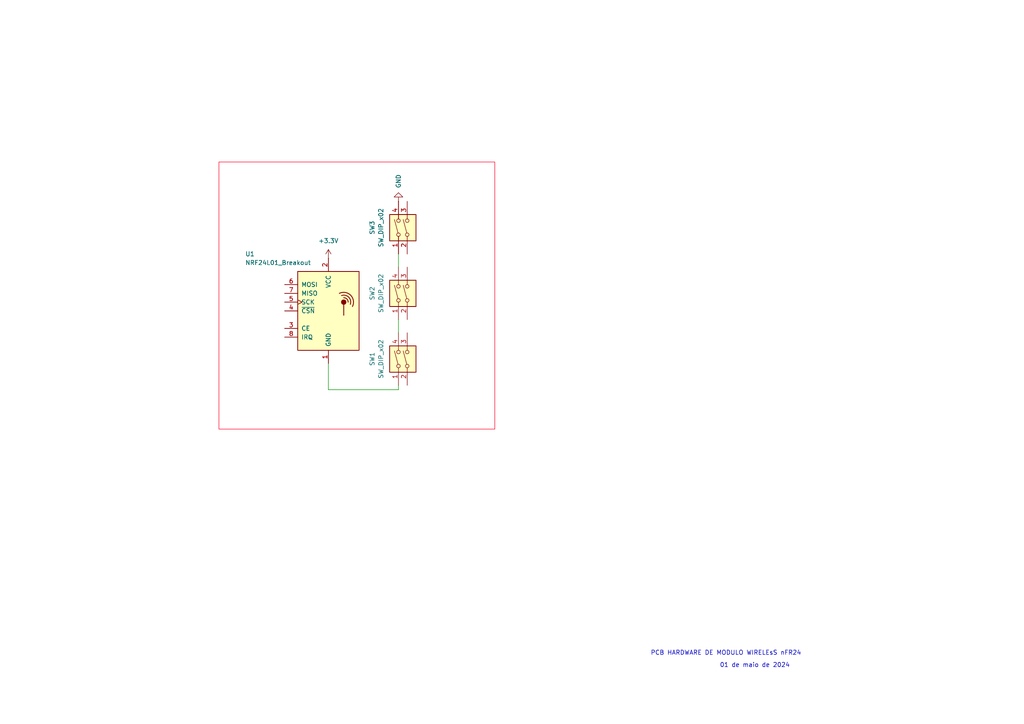
<source format=kicad_sch>
(kicad_sch (version 20231120) (generator "eeschema") (generator_version "8.0")
  (paper "A4")
  (lib_symbols
    (symbol "RF:NRF24L01_Breakout" (pin_names (offset 1.016))
      (property "Reference" "U" (at -8.89 12.7 0))
      (property "Value" "NRF24L01_Breakout" (at 3.81 12.7 0))
      (symbol "NRF24L01_Breakout_0_1"
        (rectangle (start -8.89 11.43) (end 8.89 -11.43) (stroke (width 0.254)) (fill (type background)))
        (polyline (pts (xy 4.445 1.905) (xy 4.445 -1.27)) (stroke (width 0.254)))
        (circle (center 4.445 2.54) (radius 0.635) (stroke (width 0.254)) (fill (type outline)))
        (arc (start 5.715 2.54) (mid 5.3521 3.4546) (end 4.445 3.81) (stroke (width 0.254)))
        (arc (start 6.35 1.905) (mid 5.8763 3.9854) (end 3.81 4.445) (stroke (width 0.254)))
        (arc (start 6.985 1.27) (mid 6.453 4.548) (end 3.175 5.08) (stroke (width 0.254)))
      )
      (symbol "NRF24L01_Breakout_1_1"
        (pin power_in line (at 0 -15.24 90) (length 3.81) (name "GND") (number "1"))
        (pin power_in line (at 0 15.24 270) (length 3.81) (name "VCC") (number "2"))
        (pin input line (at -12.7 -5.08 0) (length 3.81) (name "CE") (number "3"))
        (pin input line (at -12.7 0 0) (length 3.81) (name "~{CSN}") (number "4"))
        (pin input clock (at -12.7 2.54 0) (length 3.81) (name "SCK") (number "5"))
        (pin input line (at -12.7 7.62 0) (length 3.81) (name "MOSI") (number "6"))
        (pin output line (at -12.7 5.08 0) (length 3.81) (name "MISO") (number "7"))
        (pin output line (at -12.7 -7.62 0) (length 3.81) (name "IRQ") (number "8"))
      )
    )
    (symbol "Switch:SW_DIP_x02" (pin_names (offset 0) hide)
      (property "Reference" "SW" (at 0 6.35 0))
      (property "Value" "SW_DIP_x02" (at 0 -3.81 0))
      (symbol "SW_DIP_x02_0_0"
        (circle (center -2.032 0) (radius 0.508))
        (circle (center -2.032 2.54) (radius 0.508))
        (polyline (pts (xy -1.524 0.127) (xy 2.3622 1.1684)))
        (polyline (pts (xy -1.524 2.667) (xy 2.3622 3.7084)))
        (circle (center 2.032 0) (radius 0.508))
        (circle (center 2.032 2.54) (radius 0.508))
      )
      (symbol "SW_DIP_x02_0_1"
        (rectangle (start -3.81 5.08) (end 3.81 -2.54) (stroke (width 0.254)) (fill (type background)))
      )
      (symbol "SW_DIP_x02_1_1"
        (pin passive line (at -7.62 2.54 0) (length 5.08) (name "~") (number "1"))
        (pin passive line (at -7.62 0 0) (length 5.08) (name "~") (number "2"))
        (pin passive line (at 7.62 0 180) (length 5.08) (name "~") (number "3"))
        (pin passive line (at 7.62 2.54 180) (length 5.08) (name "~") (number "4"))
      )
    )
    (symbol "power:+3.3V" (power) (pin_numbers hide) (pin_names (offset 0) hide)
      (property "Value" "+3.3V" (at 0 3.556 0))
      (symbol "+3.3V_0_1"
        (polyline (pts (xy -0.762 1.27) (xy 0 2.54)))
        (polyline (pts (xy 0 0) (xy 0 2.54)))
        (polyline (pts (xy 0 2.54) (xy 0.762 1.27)))
      )
      (symbol "+3.3V_1_1"
        (pin power_in line (at 0 0 90) (length 0) (name "~") (number "1"))
      )
    )
    (symbol "power:GND" (power) (pin_numbers hide) (pin_names (offset 0) hide)
      (property "Value" "GND" (at 0 -3.81 0))
      (symbol "GND_0_1"
        (polyline (pts (xy 0 0) (xy 0 -1.27) (xy 1.27 -1.27) (xy 0 -2.54) (xy -1.27 -1.27) (xy 0 -1.27)))
      )
      (symbol "GND_1_1"
        (pin power_in line (at 0 0 270) (length 0) (name "~") (number "1"))
      )
    )
  )
  (wire (pts (xy 115.57 73.66) (xy 115.57 77.47)))
  (wire (pts (xy 95.25 105.41) (xy 95.25 113.03)))
  (wire (pts (xy 115.57 92.71) (xy 115.57 96.52)))
  (wire (pts (xy 95.25 113.03) (xy 115.57 113.03)))
  (wire (pts (xy 115.57 113.03) (xy 115.57 111.76)))
  (rectangle (start 63.5 46.99) (end 143.51 124.46) (stroke (width 0) (color 255 0 38 1)))
  (text "01 de maio de 2024\n" (at 218.948 193.04 0) (effects (font (size 1.27 1.27))))
  (text "PCB HARDWARE DE MODULO WIRELEsS nFR24" (at 210.566 189.484 0) (effects (font (size 1.27 1.27))))
  (symbol (lib_id "Switch:SW_DIP_x02") (at 118.11 104.14 90) (unit 1)
    (property "Reference" "SW1" (at 107.95 104.14 0))
    (property "Value" "SW_DIP_x02" (at 110.49 104.14 0))
    (property "Footprint" "Button_Switch_THT:SW_DIP_SPSTx02_Slide_9.78x7.26mm_W7.62mm_P2.54mm" (effects (hide yes)))
    (property "Description" "2x DIP Switch, Single Pole Single Throw (SPST) switch, small symbol" (effects (hide yes)))
  )
  (symbol (lib_id "Switch:SW_DIP_x02") (at 118.11 66.04 90) (unit 1)
    (property "Reference" "SW3" (at 107.95 66.04 0))
    (property "Value" "SW_DIP_x02" (at 110.49 66.04 0))
    (property "Footprint" "Button_Switch_THT:SW_DIP_SPSTx02_Slide_9.78x7.26mm_W7.62mm_P2.54mm" (effects (hide yes)))
    (property "Description" "2x DIP Switch, Single Pole Single Throw (SPST) switch, small symbol" (effects (hide yes)))
  )
  (symbol (lib_id "power:+3.3V") (at 95.25 74.93 0) (unit 1)
    (property "Reference" "#PWR02" (effects (hide yes)))
    (property "Value" "+3.3V" (at 95.25 69.85 0))
    (property "Description" "Power symbol creates a global label with name \"+3.3V\"" (effects (hide yes)))
  )
  (symbol (lib_id "Switch:SW_DIP_x02") (at 118.11 85.09 90) (unit 1)
    (property "Reference" "SW2" (at 107.95 85.09 0))
    (property "Value" "SW_DIP_x02" (at 110.49 85.09 0))
    (property "Footprint" "Button_Switch_THT:SW_DIP_SPSTx02_Slide_9.78x7.26mm_W7.62mm_P2.54mm" (effects (hide yes)))
    (property "Description" "2x DIP Switch, Single Pole Single Throw (SPST) switch, small symbol" (effects (hide yes)))
  )
  (symbol (lib_id "power:GND") (at 115.57 58.42 180) (unit 1)
    (property "Reference" "#PWR01" (effects (hide yes)))
    (property "Value" "GND" (at 115.5699 54.61 90) (effects (justify right)))
    (property "Description" "Power symbol creates a global label with name \"GND\" , ground" (effects (hide yes)))
  )
  (symbol (lib_id "RF:NRF24L01_Breakout") (at 95.25 90.17 0) (unit 1)
    (property "Reference" "U1" (at 71.12 73.66 0) (effects (justify left)))
    (property "Value" "NRF24L01_Breakout" (at 71.12 76.2 0) (effects (justify left)))
    (property "Footprint" "RF_Module:nRF24L01_Breakout" (effects (hide yes)))
    (property "Datasheet" "http://www.nordicsemi.com/eng/content/download/2730/34105/file/nRF24L01_Product_Specification_v2_0.pdf" (effects (hide yes)))
    (property "Description" "Ultra low power 2.4GHz RF Transceiver, Carrier PCB" (effects (hide yes)))
  )
)
</source>
